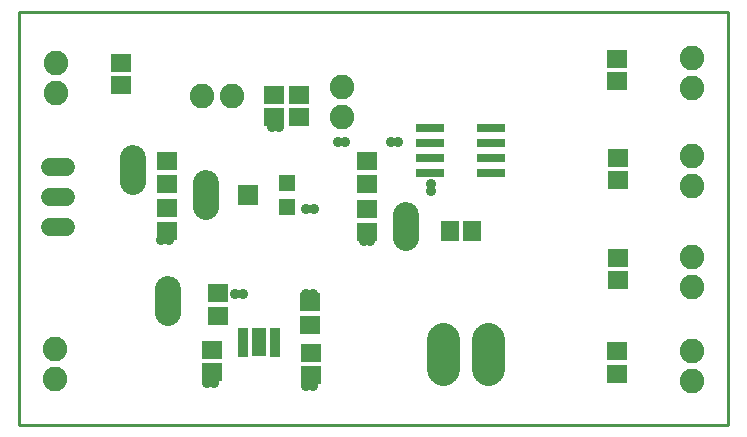
<source format=gts>
G75*
%MOIN*%
%OFA0B0*%
%FSLAX25Y25*%
%IPPOS*%
%LPD*%
%AMOC8*
5,1,8,0,0,1.08239X$1,22.5*
%
%ADD10C,0.01000*%
%ADD11R,0.06706X0.05918*%
%ADD12R,0.09461X0.03162*%
%ADD13R,0.05918X0.06706*%
%ADD14R,0.03556X0.02000*%
%ADD15R,0.05000X0.09400*%
%ADD16C,0.06000*%
%ADD17R,0.05524X0.05524*%
%ADD18R,0.07099X0.06706*%
%ADD19C,0.08200*%
%ADD20C,0.08600*%
%ADD21C,0.10850*%
%ADD22C,0.03581*%
D10*
X0003120Y0003962D02*
X0239341Y0003962D01*
X0239341Y0141757D01*
X0003120Y0141757D01*
X0003120Y0003962D01*
D11*
X0067334Y0021505D03*
X0067334Y0028985D03*
X0069262Y0040380D03*
X0069262Y0047860D03*
X0100070Y0044865D03*
X0100070Y0037384D03*
X0100412Y0028089D03*
X0100412Y0020608D03*
X0119095Y0068413D03*
X0119095Y0075893D03*
X0119180Y0084404D03*
X0119180Y0091884D03*
X0096427Y0106521D03*
X0088160Y0106521D03*
X0088160Y0114002D03*
X0096427Y0114002D03*
X0052206Y0091945D03*
X0052206Y0084464D03*
X0052240Y0076219D03*
X0052240Y0068739D03*
X0037061Y0117313D03*
X0037061Y0124794D03*
X0202453Y0126112D03*
X0202453Y0118632D03*
X0202720Y0093056D03*
X0202720Y0085576D03*
X0202607Y0059670D03*
X0202607Y0052189D03*
X0202399Y0028532D03*
X0202399Y0021051D03*
D12*
X0160517Y0087914D03*
X0160517Y0092914D03*
X0160517Y0097914D03*
X0160517Y0102914D03*
X0140044Y0102914D03*
X0140044Y0097914D03*
X0140044Y0092914D03*
X0140044Y0087914D03*
D13*
X0146571Y0068511D03*
X0154052Y0068511D03*
D14*
X0088414Y0035473D03*
X0088414Y0033505D03*
X0088414Y0031536D03*
X0088414Y0029568D03*
X0088414Y0027599D03*
X0077587Y0027599D03*
X0077587Y0029568D03*
X0077587Y0031536D03*
X0077587Y0033505D03*
X0077587Y0035473D03*
D15*
X0083001Y0031536D03*
D16*
X0018600Y0069979D02*
X0013400Y0069979D01*
X0013400Y0079979D02*
X0018600Y0079979D01*
X0018600Y0089979D02*
X0013400Y0089979D01*
D17*
X0092447Y0084502D03*
X0092447Y0076628D03*
D18*
X0079356Y0080565D03*
D19*
X0110601Y0106718D03*
X0110601Y0116718D03*
X0073986Y0113805D03*
X0063986Y0113805D03*
X0015327Y0114786D03*
X0015327Y0124786D03*
X0014931Y0029317D03*
X0014931Y0019317D03*
X0227401Y0018613D03*
X0227401Y0028613D03*
X0227386Y0050137D03*
X0227386Y0060137D03*
X0227398Y0083640D03*
X0227398Y0093640D03*
X0227291Y0116399D03*
X0227291Y0126399D03*
D20*
X0131860Y0074004D02*
X0131860Y0066204D01*
X0065490Y0076798D02*
X0065490Y0084598D01*
X0040916Y0085102D02*
X0040916Y0092902D01*
X0052727Y0049201D02*
X0052727Y0041401D01*
D21*
X0144439Y0032609D02*
X0144439Y0022559D01*
X0159439Y0022559D02*
X0159439Y0032609D01*
D22*
X0120111Y0065426D03*
X0117872Y0065440D03*
X0101214Y0076056D03*
X0098851Y0076056D03*
X0109420Y0098450D03*
X0111782Y0098450D03*
X0127136Y0098450D03*
X0129498Y0098450D03*
X0140190Y0084323D03*
X0140190Y0081961D03*
X0089727Y0103400D03*
X0087365Y0103400D03*
X0053113Y0065605D03*
X0050480Y0065554D03*
X0075168Y0047663D03*
X0077530Y0047663D03*
X0082917Y0033873D03*
X0082917Y0031511D03*
X0082917Y0029149D03*
X0068081Y0018135D03*
X0065719Y0018135D03*
X0098790Y0016954D03*
X0101152Y0016954D03*
X0101152Y0047663D03*
X0098790Y0047663D03*
M02*

</source>
